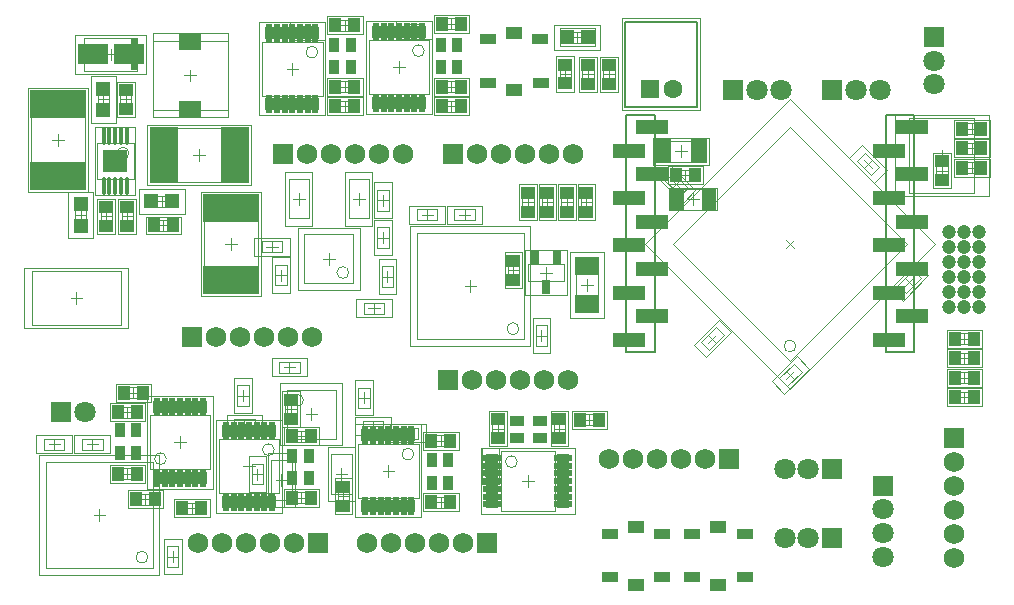
<source format=gts>
%FSLAX25Y25*%
%MOIN*%
G70*
G01*
G75*
G04 Layer_Color=8388736*
%ADD10R,0.03543X0.03937*%
%ADD11R,0.04528X0.07087*%
%ADD12R,0.03937X0.03543*%
%ADD13R,0.02953X0.03937*%
%ADD14O,0.01772X0.05512*%
%ADD15R,0.04724X0.03150*%
%ADD16R,0.04724X0.02953*%
%ADD17R,0.03937X0.02953*%
%ADD18O,0.05512X0.01772*%
%ADD19R,0.18110X0.08858*%
%ADD20R,0.10000X0.03900*%
%ADD21R,0.07402X0.06614*%
%ADD22O,0.00984X0.05315*%
%ADD23R,0.04331X0.04331*%
%ADD24R,0.06693X0.04724*%
%ADD25R,0.09449X0.06102*%
%ADD26R,0.08858X0.18110*%
%ADD27R,0.02362X0.03937*%
%ADD28R,0.04331X0.06693*%
%ADD29R,0.07480X0.05315*%
%ADD30R,0.04331X0.04331*%
%ADD31C,0.01000*%
%ADD32C,0.00800*%
%ADD33C,0.02000*%
%ADD34C,0.03000*%
%ADD35C,0.05500*%
%ADD36C,0.03500*%
%ADD37C,0.04000*%
%ADD38C,0.00500*%
%ADD39C,0.00394*%
%ADD40R,0.02383X0.10984*%
%ADD41C,0.00197*%
%ADD42C,0.00300*%
%ADD43R,0.06299X0.06299*%
%ADD44C,0.06299*%
%ADD45C,0.06000*%
%ADD46R,0.06000X0.06000*%
%ADD47R,0.06299X0.06299*%
%ADD48R,0.06000X0.06000*%
%ADD49C,0.05512*%
%ADD50R,0.05512X0.05512*%
%ADD51C,0.03937*%
%ADD52C,0.03500*%
%ADD53C,0.05500*%
%ADD54C,0.04500*%
%ADD55C,0.05000*%
%ADD56C,0.01969*%
%ADD57C,0.07150*%
%ADD58C,0.06500*%
%ADD59C,0.07000*%
%ADD60C,0.08000*%
%ADD61C,0.04787*%
%ADD62C,0.07500*%
%ADD63R,0.08071X0.02756*%
G04:AMPARAMS|DCode=64|XSize=39.37mil|YSize=35.43mil|CornerRadius=0mil|HoleSize=0mil|Usage=FLASHONLY|Rotation=135.000|XOffset=0mil|YOffset=0mil|HoleType=Round|Shape=Rectangle|*
%AMROTATEDRECTD64*
4,1,4,0.02645,-0.00139,0.00139,-0.02645,-0.02645,0.00139,-0.00139,0.02645,0.02645,-0.00139,0.0*
%
%ADD64ROTATEDRECTD64*%

G04:AMPARAMS|DCode=65|XSize=39.37mil|YSize=35.43mil|CornerRadius=0mil|HoleSize=0mil|Usage=FLASHONLY|Rotation=225.000|XOffset=0mil|YOffset=0mil|HoleType=Round|Shape=Rectangle|*
%AMROTATEDRECTD65*
4,1,4,0.00139,0.02645,0.02645,0.00139,-0.00139,-0.02645,-0.02645,-0.00139,0.00139,0.02645,0.0*
%
%ADD65ROTATEDRECTD65*%

%ADD66O,0.00984X0.03740*%
%ADD67O,0.03740X0.00984*%
%ADD68R,0.09646X0.09646*%
%ADD69R,0.07087X0.04528*%
%ADD70O,0.02165X0.06102*%
%ADD71O,0.06102X0.02165*%
%ADD72R,0.23622X0.23622*%
%ADD73R,0.05906X0.05906*%
G04:AMPARAMS|DCode=74|XSize=11.81mil|YSize=70.87mil|CornerRadius=0mil|HoleSize=0mil|Usage=FLASHONLY|Rotation=315.000|XOffset=0mil|YOffset=0mil|HoleType=Round|Shape=Round|*
%AMOVALD74*
21,1,0.05906,0.01181,0.00000,0.00000,45.0*
1,1,0.01181,-0.02088,-0.02088*
1,1,0.01181,0.02088,0.02088*
%
%ADD74OVALD74*%

G04:AMPARAMS|DCode=75|XSize=11.81mil|YSize=70.87mil|CornerRadius=0mil|HoleSize=0mil|Usage=FLASHONLY|Rotation=45.000|XOffset=0mil|YOffset=0mil|HoleType=Round|Shape=Round|*
%AMOVALD75*
21,1,0.05906,0.01181,0.00000,0.00000,135.0*
1,1,0.01181,0.02088,-0.02088*
1,1,0.01181,-0.02088,0.02088*
%
%ADD75OVALD75*%

%ADD76C,0.02500*%
%ADD77C,0.03200*%
%ADD78C,0.01800*%
%ADD79C,0.01500*%
%ADD80C,0.01969*%
%ADD81C,0.02362*%
%ADD82C,0.00984*%
%ADD83C,0.00787*%
%ADD84C,0.00600*%
%ADD85R,0.04343X0.04737*%
%ADD86R,0.05328X0.07887*%
%ADD87R,0.04737X0.04343*%
%ADD88R,0.03753X0.04737*%
%ADD89O,0.02572X0.06312*%
%ADD90R,0.05524X0.03950*%
%ADD91R,0.05524X0.03753*%
%ADD92R,0.04737X0.03753*%
%ADD93O,0.06312X0.02572*%
%ADD94R,0.18910X0.09658*%
%ADD95R,0.10800X0.04700*%
%ADD96R,0.08047X0.07260*%
%ADD97O,0.01630X0.05961*%
%ADD98R,0.05131X0.05131*%
%ADD99R,0.07493X0.05524*%
%ADD100R,0.10249X0.06902*%
%ADD101R,0.09658X0.18910*%
%ADD102R,0.03162X0.04737*%
%ADD103R,0.05131X0.07493*%
%ADD104R,0.08280X0.06115*%
%ADD105R,0.05131X0.05131*%
%ADD106R,0.07099X0.07099*%
%ADD107C,0.07099*%
%ADD108C,0.06800*%
%ADD109R,0.06800X0.06800*%
%ADD110R,0.07099X0.07099*%
%ADD111R,0.06800X0.06800*%
%ADD112C,0.06312*%
%ADD113R,0.06312X0.06312*%
%ADD114C,0.04737*%
D38*
X564913Y292087D02*
Y371000D01*
Y292050D02*
X574313D01*
Y371000D01*
X478300D02*
X487700D01*
X478300Y292050D02*
Y371000D01*
X487700Y292050D02*
Y371000D01*
X478300Y292050D02*
X487700D01*
X564913Y371000D02*
X574313D01*
X477969Y373827D02*
X501968D01*
Y402173D01*
X477969D02*
X501968D01*
X477969Y373827D02*
Y402173D01*
D39*
X407465Y258012D02*
G03*
X407465Y258012I-1969J0D01*
G01*
X360965Y259512D02*
G03*
X360965Y259512I-1969J0D01*
G01*
X441957Y255496D02*
G03*
X441957Y255496I-1969J0D01*
G01*
X324972Y256488D02*
G03*
X324972Y256488I-1969J0D01*
G01*
X375465Y392012D02*
G03*
X375465Y392012I-1969J0D01*
G01*
X370677Y275961D02*
G03*
X370677Y275961I-1969J0D01*
G01*
X318811Y223657D02*
G03*
X318811Y223657I-1969J0D01*
G01*
X410965Y392512D02*
G03*
X410965Y392512I-1969J0D01*
G01*
X312496Y358291D02*
G03*
X312496Y358291I-1969J0D01*
G01*
X385760Y318539D02*
G03*
X385760Y318539I-1969J0D01*
G01*
X442480Y299827D02*
G03*
X442480Y299827I-1969J0D01*
G01*
X534827Y294057D02*
G03*
X534827Y294057I-1969J0D01*
G01*
X594327Y344902D02*
Y370098D01*
X572673Y344902D02*
Y370098D01*
X594327D01*
X572673Y344902D02*
X594327D01*
X590154Y364630D02*
X596846D01*
X590154Y368370D02*
X596846D01*
Y364630D02*
Y368370D01*
X590154Y364630D02*
Y368370D01*
Y358130D02*
X596846D01*
X590154Y361870D02*
X596846D01*
Y358130D02*
Y361870D01*
X590154Y358130D02*
Y361870D01*
X489807Y355457D02*
Y362543D01*
X503193Y355457D02*
Y362543D01*
X489807D02*
X503193D01*
X489807Y355457D02*
X503193D01*
X347555Y266130D02*
Y269870D01*
X354445Y266130D02*
Y269870D01*
X347555Y266130D02*
X354445D01*
X347555Y269870D02*
X354445D01*
X348630Y280945D02*
X352370D01*
X348630Y274055D02*
X352370D01*
X348630D02*
Y280945D01*
X352370Y274055D02*
Y280945D01*
X465346Y395130D02*
Y398870D01*
X458653Y395130D02*
Y398870D01*
X465346D01*
X458653Y395130D02*
X465346D01*
X587653Y294630D02*
X594347D01*
X587653Y298370D02*
X594347D01*
Y294630D02*
Y298370D01*
X587653Y294630D02*
Y298370D01*
Y281630D02*
X594347D01*
X587653Y285370D02*
X594347D01*
Y281630D02*
Y285370D01*
X587653Y281630D02*
Y285370D01*
X447370Y338653D02*
Y345346D01*
X443630Y338653D02*
Y345346D01*
X447370D01*
X443630Y338653D02*
X447370D01*
X460370D02*
Y345346D01*
X456630Y338653D02*
Y345346D01*
X460370D01*
X456630Y338653D02*
X460370D01*
X474370Y381303D02*
Y387996D01*
X470630Y381303D02*
Y387996D01*
X474370D01*
X470630Y381303D02*
X474370D01*
X402153Y266870D02*
X408847D01*
X402153Y263130D02*
X408847D01*
Y266870D01*
X402153Y263130D02*
Y266870D01*
X431130Y250654D02*
Y257347D01*
X434870Y250654D02*
Y257347D01*
X431130D02*
X434870D01*
X431130Y250654D02*
X434870D01*
X404153Y401370D02*
X410847D01*
X404153Y397630D02*
X410847D01*
Y401370D01*
X404153Y397630D02*
Y401370D01*
X368653Y400870D02*
X375346D01*
X368653Y397130D02*
X375346D01*
Y400870D01*
X368653Y397130D02*
Y400870D01*
X364630Y269654D02*
Y276346D01*
X368370Y269654D02*
Y276346D01*
X364630Y269654D02*
X368370D01*
X364630Y276346D02*
X368370D01*
X314653Y244870D02*
X321346D01*
X314653Y241130D02*
X321346D01*
X314653D02*
Y244870D01*
X321346Y241130D02*
Y244870D01*
X571531Y311712D02*
X576403Y316584D01*
X568886Y314357D02*
X573758Y319229D01*
X568886Y314357D02*
X571531Y311712D01*
X573758Y319229D02*
X576403Y316584D01*
X493887Y351758D02*
X498758Y346886D01*
X491242Y349114D02*
X496114Y344242D01*
X498758Y346886D01*
X491242Y349114D02*
X493887Y351758D01*
X503242Y295386D02*
X508114Y300258D01*
X505886Y292742D02*
X510758Y297614D01*
X508114Y300258D02*
X510758Y297614D01*
X503242Y295386D02*
X505886Y292742D01*
X529242Y283253D02*
X534114Y288125D01*
X531886Y280608D02*
X536758Y285480D01*
X534114Y288125D02*
X536758Y285480D01*
X529242Y283253D02*
X531886Y280608D01*
X555051Y355837D02*
X559923Y350965D01*
X557696Y358482D02*
X562568Y353610D01*
X555051Y355837D02*
X557696Y358482D01*
X559923Y350965D02*
X562568Y353610D01*
X385870Y240555D02*
Y247445D01*
X382130Y240555D02*
Y247445D01*
X385870D01*
X382130Y240555D02*
X385870D01*
X388961Y243445D02*
Y261555D01*
X409039Y243445D02*
Y261555D01*
X388961Y243445D02*
X409039D01*
X388961Y261555D02*
X409039D01*
X456098Y381386D02*
X459839D01*
X456098Y388079D02*
X459839D01*
X456098Y381386D02*
Y388079D01*
X459839Y381386D02*
Y388079D01*
X413055Y243870D02*
X419945D01*
X413055Y240130D02*
X419945D01*
X413055D02*
Y243870D01*
X419945Y240130D02*
Y243870D01*
X413055Y260630D02*
X419945D01*
X413055Y264370D02*
X419945D01*
Y260630D02*
Y264370D01*
X413055Y260630D02*
Y264370D01*
X330055Y238130D02*
X336945D01*
X330055Y241870D02*
X336945D01*
Y238130D02*
Y241870D01*
X330055Y238130D02*
Y241870D01*
X342461Y244945D02*
Y263055D01*
X362539Y244945D02*
Y263055D01*
X342461Y244945D02*
X362539D01*
X342461Y263055D02*
X362539D01*
X366555Y245370D02*
X373445D01*
X366555Y241630D02*
X373445D01*
X366555D02*
Y245370D01*
X373445Y241630D02*
Y245370D01*
X366555Y262130D02*
X373445D01*
X366555Y265870D02*
X373445D01*
Y262130D02*
Y265870D01*
X366555Y262130D02*
Y265870D01*
X462555Y271370D02*
X469445D01*
X462555Y267630D02*
X469445D01*
X462555D02*
Y271370D01*
X469445Y267630D02*
Y271370D01*
X436445Y238961D02*
X454555D01*
X436445Y259039D02*
X454555D01*
Y238961D02*
Y259039D01*
X436445Y238961D02*
Y259039D01*
X454130Y263055D02*
Y269945D01*
X457870Y263055D02*
Y269945D01*
X454130Y263055D02*
X457870D01*
X454130Y269945D02*
X457870D01*
X437370Y263055D02*
Y269945D01*
X433630Y263055D02*
Y269945D01*
X437370D01*
X433630Y263055D02*
X437370D01*
X310555Y276630D02*
X317445D01*
X310555Y280370D02*
X317445D01*
Y276630D02*
Y280370D01*
X310555Y276630D02*
Y280370D01*
X339539Y252945D02*
Y271055D01*
X319461Y252945D02*
Y271055D01*
X339539D01*
X319461Y252945D02*
X339539D01*
X308555Y270130D02*
X315445D01*
X308555Y273870D02*
X315445D01*
Y270130D02*
Y273870D01*
X308555Y270130D02*
Y273870D01*
X308555Y253370D02*
X315445D01*
X308555Y249630D02*
X315445D01*
X308555D02*
Y253370D01*
X315445Y249630D02*
Y253370D01*
X442531Y315917D02*
Y322807D01*
X438791Y315917D02*
Y322807D01*
X442531D01*
X438791Y315917D02*
X442531D01*
X327413Y332362D02*
Y336102D01*
X320524Y332362D02*
Y336102D01*
Y332362D02*
X327413D01*
X320524Y336102D02*
X327413D01*
X463130Y345346D02*
X466870D01*
X463130Y338653D02*
X466870D01*
Y345346D01*
X463130Y338653D02*
Y345346D01*
X450130D02*
X453870D01*
X450130Y338653D02*
X453870D01*
Y345346D01*
X450130Y338653D02*
Y345346D01*
X594347Y275130D02*
Y278870D01*
X587653Y275130D02*
Y278870D01*
Y275130D02*
X594347D01*
X587653Y278870D02*
X594347D01*
Y288130D02*
Y291870D01*
X587653Y288130D02*
Y291870D01*
Y288130D02*
X594347D01*
X587653Y291870D02*
X594347D01*
X463630Y387996D02*
X467370D01*
X463630Y381303D02*
X467370D01*
Y387996D01*
X463630Y381303D02*
Y387996D01*
X355555Y313039D02*
Y342961D01*
X337445Y313039D02*
Y342961D01*
X355555D01*
X337445Y313039D02*
X355555D01*
X416555Y382370D02*
X423445D01*
X416555Y378630D02*
X423445D01*
X416555D02*
Y382370D01*
X423445Y378630D02*
Y382370D01*
X416555Y399630D02*
X423445D01*
X416555Y403370D02*
X423445D01*
Y399630D02*
Y403370D01*
X416555Y399630D02*
Y403370D01*
X416555Y375870D02*
X423445D01*
X416555Y372130D02*
X423445D01*
X416555D02*
Y375870D01*
X423445Y372130D02*
Y375870D01*
X356961Y377445D02*
Y395555D01*
X377039Y377445D02*
Y395555D01*
X356961Y377445D02*
X377039D01*
X356961Y395555D02*
X377039D01*
X381055Y382370D02*
X387945D01*
X381055Y378630D02*
X387945D01*
X381055D02*
Y382370D01*
X387945Y378630D02*
Y382370D01*
X381055Y399130D02*
X387945D01*
X381055Y402870D02*
X387945D01*
Y399130D02*
Y402870D01*
X381055Y399130D02*
Y402870D01*
X365165Y279504D02*
X381504D01*
X365165Y263165D02*
X381504D01*
X365165D02*
Y279504D01*
X381504Y263165D02*
Y279504D01*
X362555Y288870D02*
X369445D01*
X362555Y285130D02*
X369445D01*
Y288870D01*
X362555Y285130D02*
Y288870D01*
X388965Y280181D02*
X392705D01*
X388965Y273488D02*
X392705D01*
X388965D02*
Y280181D01*
X392705Y273488D02*
Y280181D01*
X397181Y265465D02*
Y269205D01*
X390488Y265465D02*
Y269205D01*
X397181D01*
X390488Y265465D02*
X397181D01*
X379890Y257929D02*
X386779D01*
X379890Y244740D02*
X386779D01*
X379890D02*
Y257929D01*
X386779Y244740D02*
Y257929D01*
X359890Y255929D02*
X366779D01*
X359890Y242740D02*
X366779D01*
X359890D02*
Y255929D01*
X366779Y242740D02*
Y255929D01*
X353465Y247890D02*
Y254780D01*
X357205Y247890D02*
Y254780D01*
X353465D02*
X357205D01*
X353465Y247890D02*
X357205D01*
X390721Y304795D02*
X397610D01*
X390721Y308535D02*
X397610D01*
X390721Y304795D02*
Y308535D01*
X397610Y304795D02*
Y308535D01*
X385720Y336571D02*
X392610D01*
X385720Y349760D02*
X392610D01*
Y336571D02*
Y349760D01*
X385720Y336571D02*
Y349760D01*
X399035Y339220D02*
Y346110D01*
X395295Y339220D02*
Y346110D01*
Y339220D02*
X399035D01*
X395295Y346110D02*
X399035D01*
X356819Y325295D02*
Y329035D01*
X363512Y325295D02*
Y329035D01*
X356819Y325295D02*
X363512D01*
X356819Y329035D02*
X363512D01*
X361295Y314319D02*
X365035D01*
X361295Y321012D02*
X365035D01*
Y314319D02*
Y321012D01*
X361295Y314319D02*
Y321012D01*
X284953Y220114D02*
X320386D01*
X284953Y255547D02*
X320386D01*
Y220114D02*
Y255547D01*
X284953Y220114D02*
Y255547D01*
X284244Y259461D02*
Y263201D01*
X290937Y259461D02*
Y263201D01*
X284244Y259461D02*
X290937D01*
X284244Y263201D02*
X290937D01*
X296815Y259461D02*
X303705D01*
X296815Y263201D02*
X303705D01*
X296815Y259461D02*
Y263201D01*
X303705Y259461D02*
Y263201D01*
X325220Y220386D02*
Y227276D01*
X328961Y220386D02*
Y227276D01*
X325220D02*
X328961D01*
X325220Y220386D02*
X328961D01*
X408583Y335961D02*
Y339701D01*
X415276Y335961D02*
Y339701D01*
X408583Y335961D02*
X415276D01*
X408583Y339701D02*
X415276D01*
X420984Y335961D02*
X427874D01*
X420984Y339701D02*
X427874D01*
X420984Y335961D02*
Y339701D01*
X427874Y335961D02*
Y339701D01*
X448130Y294055D02*
Y300945D01*
X451870Y294055D02*
Y300945D01*
X448130D02*
X451870D01*
X448130Y294055D02*
X451870D01*
X392461Y377945D02*
Y396055D01*
X412539Y377945D02*
Y396055D01*
X392461Y377945D02*
X412539D01*
X392461Y396055D02*
X412539D01*
X381055Y375870D02*
X387945D01*
X381055Y372130D02*
X387945D01*
X381055D02*
Y375870D01*
X387945Y372130D02*
Y375870D01*
X494654Y349130D02*
Y352870D01*
X501346Y349130D02*
Y352870D01*
X494654D02*
X501346D01*
X494654Y349130D02*
X501346D01*
X301866Y349630D02*
Y361835D01*
X314071Y349630D02*
Y361835D01*
X301866Y349630D02*
X314071D01*
X301866Y361835D02*
X314071D01*
X320122Y340362D02*
X326815D01*
X320122Y344102D02*
X326815D01*
Y340362D02*
Y344102D01*
X320122Y340362D02*
Y344102D01*
X320567Y372732D02*
X345370D01*
X320567Y395732D02*
X345370D01*
X320567Y373232D02*
Y395732D01*
X345370Y373232D02*
Y395732D01*
X297610Y385740D02*
Y396724D01*
X315327Y385740D02*
Y396724D01*
X297610D02*
X315327D01*
X297610Y385740D02*
X315327D01*
X321008Y348677D02*
Y366787D01*
X350929Y348677D02*
Y366787D01*
X321008D02*
X350929D01*
X321008Y348677D02*
X350929D01*
X445516Y315744D02*
Y321256D01*
X457484Y315744D02*
Y321256D01*
X445516Y315744D02*
X457484D01*
X445516Y321256D02*
X457484D01*
X493807Y339457D02*
Y346543D01*
X507193Y339457D02*
Y346543D01*
X493807D02*
X507193D01*
X493807Y339457D02*
X507193D01*
X458555Y398870D02*
X465445D01*
X458555Y395130D02*
X465445D01*
X458555D02*
Y398870D01*
X465445Y395130D02*
Y398870D01*
X468705Y307669D02*
Y321055D01*
X461618Y307669D02*
Y321055D01*
X468705D01*
X461618Y307669D02*
X468705D01*
X365721Y336571D02*
X372610D01*
X365721Y349760D02*
X372610D01*
Y336571D02*
Y349760D01*
X365721Y336571D02*
Y349760D01*
X370996Y314996D02*
X387335D01*
X370996Y331335D02*
X387335D01*
Y314996D02*
Y331335D01*
X370996Y314996D02*
Y331335D01*
X408622Y296284D02*
X444055D01*
X408622Y331716D02*
X444055D01*
Y296284D02*
Y331716D01*
X408622Y296284D02*
Y331716D01*
X493884Y328021D02*
X532858Y289046D01*
Y366995D02*
X571832Y328021D01*
X532858Y289046D02*
X571832Y328021D01*
X493884D02*
X532858Y366995D01*
X396795Y313720D02*
Y320610D01*
X400535Y313720D02*
Y320610D01*
X396795D02*
X400535D01*
X396795Y313720D02*
X400535D01*
X399035Y326720D02*
Y333610D01*
X395295Y326720D02*
Y333610D01*
Y326720D02*
X399035D01*
X395295Y333610D02*
X399035D01*
X298339Y334386D02*
Y341079D01*
X294598Y334386D02*
Y341079D01*
X298339D01*
X294598Y334386D02*
X298339D01*
X306839Y333886D02*
Y340579D01*
X303098Y333886D02*
Y340579D01*
X306839D01*
X303098Y333886D02*
X306839D01*
X313839D02*
Y340579D01*
X310098Y333886D02*
Y340579D01*
X313839D01*
X310098Y333886D02*
X313839D01*
X309598Y372787D02*
X313339D01*
X309598Y379677D02*
X313339D01*
X309598Y372787D02*
Y379677D01*
X313339Y372787D02*
Y379677D01*
X302098Y379677D02*
X305839D01*
X302098Y372787D02*
X305839D01*
Y379677D01*
X302098Y372787D02*
Y379677D01*
X279913Y377693D02*
X298024D01*
X279913Y347772D02*
X298024D01*
Y377693D01*
X279913Y347772D02*
Y377693D01*
X590055Y351630D02*
X596945D01*
X590055Y355370D02*
X596945D01*
Y351630D02*
Y355370D01*
X590055Y351630D02*
Y355370D01*
X585370Y349055D02*
Y355945D01*
X581630Y349055D02*
Y355945D01*
X585370D01*
X581630Y349055D02*
X585370D01*
X280039Y300945D02*
X309961D01*
X280039Y319055D02*
X309961D01*
X280039Y300945D02*
Y319055D01*
X309961Y300945D02*
Y319055D01*
X581531Y357500D02*
X585468D01*
X583500Y355532D02*
Y359469D01*
X494531Y359000D02*
X498468D01*
X496500Y357031D02*
Y360968D01*
X397031Y252500D02*
X400969D01*
X399000Y250532D02*
Y254468D01*
X350532Y254000D02*
X354468D01*
X352500Y252031D02*
Y255968D01*
X445500Y247031D02*
Y250969D01*
X443532Y249000D02*
X447469D01*
X327532Y262000D02*
X331469D01*
X329500Y260032D02*
Y263968D01*
X344531Y328000D02*
X348468D01*
X346500Y326031D02*
Y329969D01*
X365032Y386500D02*
X368969D01*
X367000Y384531D02*
Y388469D01*
X373335Y269366D02*
Y273303D01*
X371366Y271335D02*
X375303D01*
X383335Y249366D02*
Y253303D01*
X381366Y251335D02*
X385303D01*
X363335Y247366D02*
Y251303D01*
X361366Y249335D02*
X365303D01*
X389165Y341197D02*
Y345134D01*
X387197Y343165D02*
X391134D01*
X302669Y235862D02*
Y239799D01*
X300701Y237831D02*
X304638D01*
X400531Y387000D02*
X404468D01*
X402500Y385032D02*
Y388968D01*
X306000Y355732D02*
X309937D01*
X307968Y353764D02*
Y357701D01*
X332968Y382264D02*
Y386201D01*
X331000Y384232D02*
X334937D01*
X304500Y391232D02*
X308437D01*
X306469Y389264D02*
Y393201D01*
X334000Y357732D02*
X337937D01*
X335968Y355764D02*
Y359701D01*
X449532Y318500D02*
X453469D01*
X451500Y316531D02*
Y320468D01*
X492626Y339260D02*
Y346740D01*
X508374Y339260D02*
Y346740D01*
X492626D02*
X508374D01*
X492626Y339260D02*
X508374D01*
X498531Y343000D02*
X502468D01*
X500500Y341032D02*
Y344969D01*
X463193Y314362D02*
X467130D01*
X465161Y312394D02*
Y316331D01*
X369165Y341197D02*
Y345134D01*
X367197Y343165D02*
X371134D01*
X379165Y321197D02*
Y325134D01*
X377197Y323165D02*
X381134D01*
X426339Y312032D02*
Y315968D01*
X424370Y314000D02*
X428307D01*
X531466Y326629D02*
X534250Y329413D01*
X531466Y329413D02*
X534250Y326629D01*
X288968Y360764D02*
Y364701D01*
X287000Y362732D02*
X290937D01*
X295000Y308032D02*
Y311968D01*
X293032Y310000D02*
X296969D01*
D40*
X314135Y391232D02*
D03*
D41*
X599287Y343917D02*
Y371083D01*
X567713Y343917D02*
Y371083D01*
X599287D01*
X567713Y343917D02*
X599287D01*
X593500Y364630D02*
Y368370D01*
X591630Y366500D02*
X595370D01*
X587595Y363547D02*
X599405D01*
X587595Y369453D02*
X599405D01*
Y363547D02*
Y369453D01*
X587595Y363547D02*
Y369453D01*
X593500Y358130D02*
Y361870D01*
X591630Y360000D02*
X595370D01*
X587595Y357047D02*
X599405D01*
X587595Y362953D02*
X599405D01*
Y357047D02*
Y362953D01*
X587595Y357047D02*
Y362953D01*
X487248Y354472D02*
Y363528D01*
X505752Y354472D02*
Y363528D01*
X487248D02*
X505752D01*
X487248Y354472D02*
X505752D01*
X345094Y265047D02*
Y270953D01*
X356906Y265047D02*
Y270953D01*
X345094Y265047D02*
X356906D01*
X345094Y270953D02*
X356906D01*
X349130Y268000D02*
X352870D01*
X351000Y266130D02*
Y269870D01*
X347547Y283405D02*
X353453D01*
X347547Y271595D02*
X353453D01*
X347547D02*
Y283405D01*
X353453Y271595D02*
Y283405D01*
X350500Y275630D02*
Y279370D01*
X348630Y277500D02*
X352370D01*
X467906Y394047D02*
Y399953D01*
X456095Y394047D02*
Y399953D01*
X467906D01*
X456095Y394047D02*
X467906D01*
X460130Y397000D02*
X463870D01*
X462000Y395130D02*
Y398870D01*
X591000Y294630D02*
Y298370D01*
X589130Y296500D02*
X592870D01*
X585094Y293547D02*
X596906D01*
X585094Y299453D02*
X596906D01*
Y293547D02*
Y299453D01*
X585094Y293547D02*
Y299453D01*
X591000Y281630D02*
Y285370D01*
X589130Y283500D02*
X592870D01*
X585094Y280547D02*
X596906D01*
X585094Y286453D02*
X596906D01*
Y280547D02*
Y286453D01*
X585094Y280547D02*
Y286453D01*
X443630Y342000D02*
X447370D01*
X445500Y340130D02*
Y343870D01*
X448453Y336094D02*
Y347905D01*
X442547Y336094D02*
Y347905D01*
X448453D01*
X442547Y336094D02*
X448453D01*
X456630Y342000D02*
X460370D01*
X458500Y340130D02*
Y343870D01*
X461453Y336094D02*
Y347905D01*
X455547Y336094D02*
Y347905D01*
X461453D01*
X455547Y336094D02*
X461453D01*
X470630Y384650D02*
X474370D01*
X472500Y382780D02*
Y386520D01*
X475453Y378744D02*
Y390555D01*
X469547Y378744D02*
Y390555D01*
X475453D01*
X469547Y378744D02*
X475453D01*
X405500Y263130D02*
Y266870D01*
X403630Y265000D02*
X407370D01*
X399594Y267953D02*
X411406D01*
X399594Y262047D02*
X411406D01*
Y267953D01*
X399594Y262047D02*
Y267953D01*
X431130Y254000D02*
X434870D01*
X433000Y252130D02*
Y255870D01*
X430047Y248095D02*
Y259906D01*
X435953Y248095D02*
Y259906D01*
X430047D02*
X435953D01*
X430047Y248095D02*
X435953D01*
X407500Y397630D02*
Y401370D01*
X405630Y399500D02*
X409370D01*
X401594Y402453D02*
X413406D01*
X401594Y396547D02*
X413406D01*
Y402453D01*
X401594Y396547D02*
Y402453D01*
X372000Y397130D02*
Y400870D01*
X370130Y399000D02*
X373870D01*
X366094Y401953D02*
X377906D01*
X366094Y396047D02*
X377906D01*
Y401953D01*
X366094Y396047D02*
Y401953D01*
X364630Y273000D02*
X368370D01*
X366500Y271130D02*
Y274870D01*
X363547Y267094D02*
Y278906D01*
X369453Y267094D02*
Y278906D01*
X363547Y267094D02*
X369453D01*
X363547Y278906D02*
X369453D01*
X318000Y241130D02*
Y244870D01*
X316130Y243000D02*
X319870D01*
X312094Y245953D02*
X323905D01*
X312094Y240047D02*
X323905D01*
X312094D02*
Y245953D01*
X323905Y240047D02*
Y245953D01*
X571322Y316793D02*
X573967Y314148D01*
X571322D02*
X573967Y316793D01*
X570557Y309207D02*
X578908Y317559D01*
X566381Y313383D02*
X574733Y321734D01*
X566381Y313383D02*
X570557Y309207D01*
X574733Y321734D02*
X578908Y317559D01*
X493678Y346678D02*
X496322Y349322D01*
X493678Y349322D02*
X496322Y346678D01*
X492912Y354264D02*
X501264Y345912D01*
X488736Y350088D02*
X497088Y341736D01*
X501264Y345912D01*
X488736Y350088D02*
X492912Y354264D01*
X505678Y297822D02*
X508322Y295178D01*
X505678D02*
X508322Y297822D01*
X500736Y294412D02*
X509088Y302764D01*
X504912Y290236D02*
X513264Y298588D01*
X509088Y302764D02*
X513264Y298588D01*
X500736Y294412D02*
X504912Y290236D01*
X531678Y285689D02*
X534322Y283044D01*
X531678D02*
X534322Y285689D01*
X526736Y282279D02*
X535088Y290630D01*
X530912Y278103D02*
X539264Y286454D01*
X535088Y290630D02*
X539264Y286454D01*
X526736Y282279D02*
X530912Y278103D01*
X557487Y353401D02*
X560132Y356046D01*
X557487D02*
X560132Y353401D01*
X552546Y356811D02*
X560897Y348460D01*
X556721Y360987D02*
X565073Y352636D01*
X552546Y356811D02*
X556721Y360987D01*
X560897Y348460D02*
X565073Y352636D01*
X382130Y244000D02*
X385870D01*
X384000Y242130D02*
Y245870D01*
X386953Y238094D02*
Y249905D01*
X381047Y238094D02*
Y249905D01*
X386953D01*
X381047Y238094D02*
X386953D01*
X387976Y236949D02*
Y268051D01*
X410024Y236949D02*
Y268051D01*
X387976Y236949D02*
X410024D01*
X387976Y268051D02*
X410024D01*
X455016Y378827D02*
X460921D01*
X455016Y390638D02*
X460921D01*
X455016Y378827D02*
Y390638D01*
X460921Y378827D02*
Y390638D01*
X457969Y382862D02*
Y386602D01*
X456098Y384732D02*
X459839D01*
X416500Y240130D02*
Y243870D01*
X414630Y242000D02*
X418370D01*
X410595Y244953D02*
X422405D01*
X410595Y239047D02*
X422405D01*
X410595D02*
Y244953D01*
X422405Y239047D02*
Y244953D01*
X416500Y260630D02*
Y264370D01*
X414630Y262500D02*
X418370D01*
X410595Y259547D02*
X422405D01*
X410595Y265453D02*
X422405D01*
Y259547D02*
Y265453D01*
X410595Y259547D02*
Y265453D01*
X333500Y238130D02*
Y241870D01*
X331630Y240000D02*
X335370D01*
X327594Y237047D02*
X339405D01*
X327594Y242953D02*
X339405D01*
Y237047D02*
Y242953D01*
X327594Y237047D02*
Y242953D01*
X341476Y238449D02*
Y269551D01*
X363524Y238449D02*
Y269551D01*
X341476Y238449D02*
X363524D01*
X341476Y269551D02*
X363524D01*
X370000Y241630D02*
Y245370D01*
X368130Y243500D02*
X371870D01*
X364094Y246453D02*
X375905D01*
X364094Y240547D02*
X375905D01*
X364094D02*
Y246453D01*
X375905Y240547D02*
Y246453D01*
X370000Y262130D02*
Y265870D01*
X368130Y264000D02*
X371870D01*
X364094Y261047D02*
X375905D01*
X364094Y266953D02*
X375905D01*
Y261047D02*
Y266953D01*
X364094Y261047D02*
Y266953D01*
X466000Y267630D02*
Y271370D01*
X464130Y269500D02*
X467870D01*
X460094Y272453D02*
X471906D01*
X460094Y266547D02*
X471906D01*
X460094D02*
Y272453D01*
X471906Y266547D02*
Y272453D01*
X429949Y237976D02*
X461051D01*
X429949Y260024D02*
X461051D01*
Y237976D02*
Y260024D01*
X429949Y237976D02*
Y260024D01*
X454130Y266500D02*
X457870D01*
X456000Y264630D02*
Y268370D01*
X453047Y260595D02*
Y272406D01*
X458953Y260595D02*
Y272406D01*
X453047Y260595D02*
X458953D01*
X453047Y272406D02*
X458953D01*
X433630Y266500D02*
X437370D01*
X435500Y264630D02*
Y268370D01*
X438453Y260595D02*
Y272406D01*
X432547Y260595D02*
Y272406D01*
X438453D01*
X432547Y260595D02*
X438453D01*
X314000Y276630D02*
Y280370D01*
X312130Y278500D02*
X315870D01*
X308095Y275547D02*
X319905D01*
X308095Y281453D02*
X319905D01*
Y275547D02*
Y281453D01*
X308095Y275547D02*
Y281453D01*
X340524Y246449D02*
Y277551D01*
X318476Y246449D02*
Y277551D01*
X340524D01*
X318476Y246449D02*
X340524D01*
X312000Y270130D02*
Y273870D01*
X310130Y272000D02*
X313870D01*
X306095Y269047D02*
X317905D01*
X306095Y274953D02*
X317905D01*
Y269047D02*
Y274953D01*
X306095Y269047D02*
Y274953D01*
X312000Y249630D02*
Y253370D01*
X310130Y251500D02*
X313870D01*
X306095Y254453D02*
X317905D01*
X306095Y248547D02*
X317905D01*
X306095D02*
Y254453D01*
X317905Y248547D02*
Y254453D01*
X438791Y319362D02*
X442531D01*
X440661Y317492D02*
Y321232D01*
X443614Y313457D02*
Y325268D01*
X437709Y313457D02*
Y325268D01*
X443614D01*
X437709Y313457D02*
X443614D01*
X329874Y331279D02*
Y337185D01*
X318063Y331279D02*
Y337185D01*
Y331279D02*
X329874D01*
X318063Y337185D02*
X329874D01*
X322098Y334232D02*
X325839D01*
X323969Y332362D02*
Y336102D01*
X462047Y347905D02*
X467953D01*
X462047Y336094D02*
X467953D01*
Y347905D01*
X462047Y336094D02*
Y347905D01*
X465000Y340130D02*
Y343870D01*
X463130Y342000D02*
X466870D01*
X449047Y347905D02*
X454953D01*
X449047Y336094D02*
X454953D01*
Y347905D01*
X449047Y336094D02*
Y347905D01*
X452000Y340130D02*
Y343870D01*
X450130Y342000D02*
X453870D01*
X596906Y274047D02*
Y279953D01*
X585094Y274047D02*
Y279953D01*
Y274047D02*
X596906D01*
X585094Y279953D02*
X596906D01*
X589130Y277000D02*
X592870D01*
X591000Y275130D02*
Y278870D01*
X596906Y287047D02*
Y292953D01*
X585094Y287047D02*
Y292953D01*
Y287047D02*
X596906D01*
X585094Y292953D02*
X596906D01*
X589130Y290000D02*
X592870D01*
X591000Y288130D02*
Y291870D01*
X462547Y390555D02*
X468453D01*
X462547Y378744D02*
X468453D01*
Y390555D01*
X462547Y378744D02*
Y390555D01*
X465500Y382780D02*
Y386520D01*
X463630Y384650D02*
X467370D01*
X356539Y310677D02*
Y345323D01*
X336461Y310677D02*
Y345323D01*
X356539D01*
X336461Y310677D02*
X356539D01*
X420000Y378630D02*
Y382370D01*
X418130Y380500D02*
X421870D01*
X414094Y383453D02*
X425906D01*
X414094Y377547D02*
X425906D01*
X414094D02*
Y383453D01*
X425906Y377547D02*
Y383453D01*
X420000Y399630D02*
Y403370D01*
X418130Y401500D02*
X421870D01*
X414094Y398547D02*
X425906D01*
X414094Y404453D02*
X425906D01*
Y398547D02*
Y404453D01*
X414094Y398547D02*
Y404453D01*
X420000Y372130D02*
Y375870D01*
X418130Y374000D02*
X421870D01*
X414094Y376953D02*
X425906D01*
X414094Y371047D02*
X425906D01*
X414094D02*
Y376953D01*
X425906Y371047D02*
Y376953D01*
X355976Y370949D02*
Y402051D01*
X378024Y370949D02*
Y402051D01*
X355976Y370949D02*
X378024D01*
X355976Y402051D02*
X378024D01*
X384500Y378630D02*
Y382370D01*
X382630Y380500D02*
X386370D01*
X378594Y383453D02*
X390406D01*
X378594Y377547D02*
X390406D01*
X378594D02*
Y383453D01*
X390406Y377547D02*
Y383453D01*
X384500Y399130D02*
Y402870D01*
X382630Y401000D02*
X386370D01*
X378594Y398047D02*
X390406D01*
X378594Y403953D02*
X390406D01*
Y398047D02*
Y403953D01*
X378594Y398047D02*
Y403953D01*
X363000Y281669D02*
X383669D01*
X363000Y261000D02*
X383669D01*
X363000D02*
Y281669D01*
X383669Y261000D02*
Y281669D01*
X366000Y285130D02*
Y288870D01*
X364130Y287000D02*
X367870D01*
X360094Y289953D02*
X371905D01*
X360094Y284047D02*
X371905D01*
Y289953D01*
X360094Y284047D02*
Y289953D01*
X387882Y282740D02*
X393787D01*
X387882Y270929D02*
X393787D01*
X387882D02*
Y282740D01*
X393787Y270929D02*
Y282740D01*
X390835Y274965D02*
Y278705D01*
X388965Y276835D02*
X392705D01*
X399740Y264382D02*
Y270287D01*
X387929Y264382D02*
Y270287D01*
X399740D01*
X387929Y264382D02*
X399740D01*
X391965Y267335D02*
X395705D01*
X393835Y265465D02*
Y269205D01*
X378807Y260390D02*
X387862D01*
X378807Y242280D02*
X387862D01*
X378807D02*
Y260390D01*
X387862Y242280D02*
Y260390D01*
X358807Y258390D02*
X367862D01*
X358807Y240280D02*
X367862D01*
X358807D02*
Y258390D01*
X367862Y240280D02*
Y258390D01*
X353465Y251335D02*
X357205D01*
X355335Y249465D02*
Y253205D01*
X352382Y245429D02*
Y257240D01*
X358287Y245429D02*
Y257240D01*
X352382D02*
X358287D01*
X352382Y245429D02*
X358287D01*
X394165Y304795D02*
Y308535D01*
X392295Y306665D02*
X396035D01*
X388260Y303713D02*
X400071D01*
X388260Y309618D02*
X400071D01*
X388260Y303713D02*
Y309618D01*
X400071Y303713D02*
Y309618D01*
X384638Y334110D02*
X393693D01*
X384638Y352221D02*
X393693D01*
Y334110D02*
Y352221D01*
X384638Y334110D02*
Y352221D01*
X395295Y342665D02*
X399035D01*
X397165Y340795D02*
Y344535D01*
X400118Y336760D02*
Y348571D01*
X394213Y336760D02*
Y348571D01*
Y336760D02*
X400118D01*
X394213Y348571D02*
X400118D01*
X354260Y324213D02*
Y330118D01*
X366071Y324213D02*
Y330118D01*
X354260Y324213D02*
X366071D01*
X354260Y330118D02*
X366071D01*
X358295Y327165D02*
X362035D01*
X360165Y325295D02*
Y329035D01*
X360213Y311760D02*
X366118D01*
X360213Y323571D02*
X366118D01*
Y311760D02*
Y323571D01*
X360213Y311760D02*
Y323571D01*
X363165Y315795D02*
Y319535D01*
X361295Y317665D02*
X365035D01*
X282689Y217850D02*
X322650D01*
X282689Y257811D02*
X322650D01*
Y217850D02*
Y257811D01*
X282689Y217850D02*
Y257811D01*
X281685Y258378D02*
Y264283D01*
X293496Y258378D02*
Y264283D01*
X281685Y258378D02*
X293496D01*
X281685Y264283D02*
X293496D01*
X285720Y261331D02*
X289461D01*
X287591Y259461D02*
Y263201D01*
X300260Y259461D02*
Y263201D01*
X298390Y261331D02*
X302130D01*
X294354Y258378D02*
X306165D01*
X294354Y264283D02*
X306165D01*
X294354Y258378D02*
Y264283D01*
X306165Y258378D02*
Y264283D01*
X325220Y223831D02*
X328961D01*
X327091Y221961D02*
Y225701D01*
X324138Y217925D02*
Y229736D01*
X330043Y217925D02*
Y229736D01*
X324138D02*
X330043D01*
X324138Y217925D02*
X330043D01*
X406024Y334878D02*
Y340784D01*
X417835Y334878D02*
Y340784D01*
X406024Y334878D02*
X417835D01*
X406024Y340784D02*
X417835D01*
X410059Y337831D02*
X413799D01*
X411929Y335961D02*
Y339701D01*
X424429Y335961D02*
Y339701D01*
X422559Y337831D02*
X426299D01*
X418524Y334878D02*
X430335D01*
X418524Y340784D02*
X430335D01*
X418524Y334878D02*
Y340784D01*
X430335Y334878D02*
Y340784D01*
X448130Y297500D02*
X451870D01*
X450000Y295630D02*
Y299370D01*
X447047Y291595D02*
Y303405D01*
X452953Y291595D02*
Y303405D01*
X447047D02*
X452953D01*
X447047Y291595D02*
X452953D01*
X391476Y371449D02*
Y402551D01*
X413524Y371449D02*
Y402551D01*
X391476Y371449D02*
X413524D01*
X391476Y402551D02*
X413524D01*
X384500Y372130D02*
Y375870D01*
X382630Y374000D02*
X386370D01*
X378594Y376953D02*
X390406D01*
X378594Y371047D02*
X390406D01*
X378594D02*
Y376953D01*
X390406Y371047D02*
Y376953D01*
X492095Y348047D02*
Y353953D01*
X503905Y348047D02*
Y353953D01*
X492095D02*
X503905D01*
X492095Y348047D02*
X503905D01*
X496130Y351000D02*
X499870D01*
X498000Y349130D02*
Y352870D01*
X301276Y344512D02*
Y366953D01*
X314661Y344512D02*
Y366953D01*
X301276Y344512D02*
X314661D01*
X301276Y366953D02*
X314661D01*
X323468Y340362D02*
Y344102D01*
X321598Y342232D02*
X325339D01*
X315791Y338098D02*
X331146D01*
X315791Y346366D02*
X331146D01*
Y338098D02*
Y346366D01*
X315791Y338098D02*
Y346366D01*
X320468Y370232D02*
X345468D01*
X320468Y398232D02*
X345468D01*
X320468Y370232D02*
Y398232D01*
X345468Y370232D02*
Y398232D01*
X294657Y384736D02*
Y397728D01*
X318280Y384736D02*
Y397728D01*
X294657D02*
X318280D01*
X294657Y384736D02*
X318280D01*
X318646Y347693D02*
Y367772D01*
X353291Y347693D02*
Y367772D01*
X318646D02*
X353291D01*
X318646Y347693D02*
X353291D01*
X444610Y310921D02*
Y326079D01*
X458390Y310921D02*
Y326079D01*
X444610Y310921D02*
X458390D01*
X444610Y326079D02*
X458390D01*
X462000Y395130D02*
Y398870D01*
X460130Y397000D02*
X463870D01*
X454323Y401134D02*
X469677D01*
X454323Y392866D02*
X469677D01*
X454323D02*
Y401134D01*
X469677Y392866D02*
Y401134D01*
X470870Y303339D02*
Y325386D01*
X459453Y303339D02*
Y325386D01*
X470870D01*
X459453Y303339D02*
X470870D01*
X364638Y334110D02*
X373693D01*
X364638Y352221D02*
X373693D01*
Y334110D02*
Y352221D01*
X364638Y334110D02*
Y352221D01*
X368831Y312831D02*
X389500D01*
X368831Y333500D02*
X389500D01*
Y312831D02*
Y333500D01*
X368831Y312831D02*
Y333500D01*
X406358Y294020D02*
X446319D01*
X406358Y333980D02*
X446319D01*
Y294020D02*
Y333980D01*
X406358Y294020D02*
Y333980D01*
X484418Y328021D02*
X532858Y279581D01*
Y376460D02*
X581298Y328021D01*
X532858Y279581D02*
X581298Y328021D01*
X484418Y328021D02*
X532858Y376460D01*
X396795Y317165D02*
X400535D01*
X398665Y315295D02*
Y319035D01*
X395713Y311260D02*
Y323071D01*
X401618Y311260D02*
Y323071D01*
X395713D02*
X401618D01*
X395713Y311260D02*
X401618D01*
X395295Y330165D02*
X399035D01*
X397165Y328295D02*
Y332035D01*
X400118Y324260D02*
Y336071D01*
X394213Y324260D02*
Y336071D01*
Y324260D02*
X400118D01*
X394213Y336071D02*
X400118D01*
X294598Y337732D02*
X298339D01*
X296468Y335862D02*
Y339602D01*
X300602Y330055D02*
Y345409D01*
X292335Y330055D02*
Y345409D01*
X300602D01*
X292335Y330055D02*
X300602D01*
X303098Y337232D02*
X306839D01*
X304969Y335362D02*
Y339102D01*
X307921Y331327D02*
Y343138D01*
X302016Y331327D02*
Y343138D01*
X307921D01*
X302016Y331327D02*
X307921D01*
X310098Y337232D02*
X313839D01*
X311968Y335362D02*
Y339102D01*
X314921Y331327D02*
Y343138D01*
X309016Y331327D02*
Y343138D01*
X314921D01*
X309016Y331327D02*
X314921D01*
X308516Y370327D02*
X314421D01*
X308516Y382138D02*
X314421D01*
X308516Y370327D02*
Y382138D01*
X314421Y370327D02*
Y382138D01*
X311469Y374362D02*
Y378102D01*
X309598Y376232D02*
X313339D01*
X299835Y383909D02*
X308102D01*
X299835Y368555D02*
X308102D01*
Y383909D01*
X299835Y368555D02*
Y383909D01*
X303969Y374362D02*
Y378102D01*
X302098Y376232D02*
X305839D01*
X278929Y380055D02*
X299008D01*
X278929Y345409D02*
X299008D01*
Y380055D01*
X278929Y345409D02*
Y380055D01*
X593500Y351630D02*
Y355370D01*
X591630Y353500D02*
X595370D01*
X587595Y350547D02*
X599405D01*
X587595Y356453D02*
X599405D01*
Y350547D02*
Y356453D01*
X587595Y350547D02*
Y356453D01*
X581630Y352500D02*
X585370D01*
X583500Y350630D02*
Y354370D01*
X586453Y346595D02*
Y358405D01*
X580547Y346595D02*
Y358405D01*
X586453D01*
X580547Y346595D02*
X586453D01*
X277677Y299961D02*
X312323D01*
X277677Y320039D02*
X312323D01*
X277677Y299961D02*
Y320039D01*
X312323Y299961D02*
Y320039D01*
D42*
X476968Y372732D02*
X502969D01*
Y403232D01*
X476968D02*
X502969D01*
X476968Y372732D02*
Y403232D01*
D85*
X596650Y366500D02*
D03*
X590350D02*
D03*
X596650Y360000D02*
D03*
X590350D02*
D03*
X594150Y296500D02*
D03*
X587850D02*
D03*
X594150Y283500D02*
D03*
X587850D02*
D03*
X314850Y243000D02*
D03*
X321150D02*
D03*
X413350Y242000D02*
D03*
X419650D02*
D03*
X419650Y262500D02*
D03*
X413350D02*
D03*
X336650Y240000D02*
D03*
X330350D02*
D03*
X366850Y243500D02*
D03*
X373150D02*
D03*
X373150Y264000D02*
D03*
X366850D02*
D03*
X462850Y269500D02*
D03*
X469150D02*
D03*
X317150Y278500D02*
D03*
X310850D02*
D03*
X315150Y272000D02*
D03*
X308850D02*
D03*
X308850Y251500D02*
D03*
X315150D02*
D03*
X327118Y334232D02*
D03*
X320819D02*
D03*
X594150Y277000D02*
D03*
X587850D02*
D03*
X594150Y290000D02*
D03*
X587850D02*
D03*
X416850Y380500D02*
D03*
X423150D02*
D03*
X423150Y401500D02*
D03*
X416850D02*
D03*
X416850Y374000D02*
D03*
X423150D02*
D03*
X381350Y380500D02*
D03*
X387650D02*
D03*
X387650Y401000D02*
D03*
X381350D02*
D03*
X381350Y374000D02*
D03*
X387650D02*
D03*
X494850Y351000D02*
D03*
X501150D02*
D03*
X596650Y353500D02*
D03*
X590350D02*
D03*
D86*
X490594Y359000D02*
D03*
X502406D02*
D03*
D87*
X445500Y345150D02*
D03*
Y338850D02*
D03*
X458500Y345150D02*
D03*
Y338850D02*
D03*
X472500Y387799D02*
D03*
Y381500D02*
D03*
X366500Y269850D02*
D03*
Y276150D02*
D03*
X384000Y247150D02*
D03*
Y240850D02*
D03*
X457969Y381583D02*
D03*
Y387882D02*
D03*
X456000Y263350D02*
D03*
Y269650D02*
D03*
X435500Y269650D02*
D03*
Y263350D02*
D03*
X440661Y322512D02*
D03*
Y316213D02*
D03*
X465000Y345150D02*
D03*
Y338850D02*
D03*
X452000Y345150D02*
D03*
Y338850D02*
D03*
X465500Y387799D02*
D03*
Y381500D02*
D03*
X304969Y340382D02*
D03*
Y334083D02*
D03*
X311968Y340382D02*
D03*
Y334083D02*
D03*
X311469Y373083D02*
D03*
Y379382D02*
D03*
X583500Y355650D02*
D03*
Y349350D02*
D03*
D88*
X413500Y248500D02*
D03*
X419000Y256000D02*
D03*
X413500D02*
D03*
X419000Y248500D02*
D03*
X367000Y250000D02*
D03*
X372500Y257500D02*
D03*
X367000D02*
D03*
X372500Y250000D02*
D03*
X315000Y266000D02*
D03*
X309500Y258500D02*
D03*
X315000D02*
D03*
X309500Y266000D02*
D03*
X381000Y387000D02*
D03*
X386500Y394500D02*
D03*
X381000D02*
D03*
X386500Y387000D02*
D03*
X416500D02*
D03*
X422000Y394500D02*
D03*
X416500D02*
D03*
X422000Y387000D02*
D03*
D89*
X391323Y240689D02*
D03*
X393882D02*
D03*
X396441D02*
D03*
X399000D02*
D03*
X401559D02*
D03*
X404118D02*
D03*
X406677D02*
D03*
X391323Y264311D02*
D03*
X393882D02*
D03*
X396441D02*
D03*
X399000D02*
D03*
X401559D02*
D03*
X404118D02*
D03*
X406677D02*
D03*
X344823Y242189D02*
D03*
X347382D02*
D03*
X349941D02*
D03*
X352500D02*
D03*
X355059D02*
D03*
X357618D02*
D03*
X360177D02*
D03*
X344823Y265811D02*
D03*
X347382D02*
D03*
X349941D02*
D03*
X352500D02*
D03*
X355059D02*
D03*
X357618D02*
D03*
X360177D02*
D03*
X337177Y273811D02*
D03*
X334618D02*
D03*
X332059D02*
D03*
X329500D02*
D03*
X326941D02*
D03*
X324382D02*
D03*
X321823D02*
D03*
X337177Y250189D02*
D03*
X334618D02*
D03*
X332059D02*
D03*
X329500D02*
D03*
X326941D02*
D03*
X324382D02*
D03*
X321823D02*
D03*
X359323Y374689D02*
D03*
X361882D02*
D03*
X364441D02*
D03*
X367000D02*
D03*
X369559D02*
D03*
X372118D02*
D03*
X374677D02*
D03*
X359323Y398311D02*
D03*
X361882D02*
D03*
X364441D02*
D03*
X367000D02*
D03*
X369559D02*
D03*
X372118D02*
D03*
X374677D02*
D03*
X394823Y375189D02*
D03*
X397382D02*
D03*
X399941D02*
D03*
X402500D02*
D03*
X405059D02*
D03*
X407618D02*
D03*
X410177D02*
D03*
X394823Y398811D02*
D03*
X397382D02*
D03*
X399941D02*
D03*
X402500D02*
D03*
X405059D02*
D03*
X407618D02*
D03*
X410177D02*
D03*
D90*
X440869Y379232D02*
D03*
Y398332D02*
D03*
X481400Y214500D02*
D03*
Y233600D02*
D03*
X508900Y214500D02*
D03*
Y233600D02*
D03*
D91*
X432268Y381732D02*
D03*
X449768D02*
D03*
X449669Y396232D02*
D03*
X432268D02*
D03*
X472800Y217000D02*
D03*
X490300D02*
D03*
X490200Y231500D02*
D03*
X472800D02*
D03*
X500300Y217000D02*
D03*
X517800D02*
D03*
X517700Y231500D02*
D03*
X500300D02*
D03*
D92*
X449500Y263500D02*
D03*
X442000Y269000D02*
D03*
Y263500D02*
D03*
X449500Y269000D02*
D03*
D93*
X457311Y241323D02*
D03*
Y243882D02*
D03*
Y246441D02*
D03*
Y249000D02*
D03*
Y251559D02*
D03*
Y254118D02*
D03*
Y256677D02*
D03*
X433689Y241323D02*
D03*
Y243882D02*
D03*
Y246441D02*
D03*
Y249000D02*
D03*
Y251559D02*
D03*
Y254118D02*
D03*
Y256677D02*
D03*
D94*
X346500Y339910D02*
D03*
Y316090D02*
D03*
X288968Y374642D02*
D03*
Y350823D02*
D03*
D95*
X573366Y367100D02*
D03*
X565862Y359200D02*
D03*
X573366Y351300D02*
D03*
X565862Y343400D02*
D03*
X573366Y335500D02*
D03*
X565862Y327600D02*
D03*
X573366Y319700D02*
D03*
X565862Y311800D02*
D03*
X573366Y303900D02*
D03*
X565862Y296000D02*
D03*
X486750Y367100D02*
D03*
X479250Y359200D02*
D03*
X486750Y351300D02*
D03*
X479250Y343400D02*
D03*
X486750Y335500D02*
D03*
X479250Y327600D02*
D03*
X486750Y319700D02*
D03*
X479250Y311800D02*
D03*
X486750Y303900D02*
D03*
X479250Y296000D02*
D03*
D96*
X307968Y355732D02*
D03*
D97*
X304031Y347465D02*
D03*
X306000D02*
D03*
X307968D02*
D03*
X309937D02*
D03*
X311906D02*
D03*
X304031Y364000D02*
D03*
X306000D02*
D03*
X307968D02*
D03*
X309937D02*
D03*
X311906D02*
D03*
D98*
X327012Y342232D02*
D03*
X319925D02*
D03*
X458457Y397000D02*
D03*
X465543D02*
D03*
D99*
X332968Y373098D02*
D03*
Y395232D02*
D03*
D100*
X300465Y391232D02*
D03*
X312472D02*
D03*
D101*
X324059Y357732D02*
D03*
X347878D02*
D03*
D102*
X451500Y313776D02*
D03*
X447760Y323224D02*
D03*
X455240D02*
D03*
D103*
X495185Y343000D02*
D03*
X505815D02*
D03*
D104*
X465161Y320661D02*
D03*
Y308063D02*
D03*
D105*
X296468Y341276D02*
D03*
Y334189D02*
D03*
X303969Y379776D02*
D03*
Y372689D02*
D03*
D106*
X581000Y397000D02*
D03*
X564000Y247500D02*
D03*
D107*
X581000Y389000D02*
D03*
Y381252D02*
D03*
X531252Y253000D02*
D03*
X539000D02*
D03*
X521969Y379232D02*
D03*
X529716D02*
D03*
X564000Y239626D02*
D03*
Y231752D02*
D03*
Y223878D02*
D03*
X531252Y230000D02*
D03*
X539000D02*
D03*
X298000Y272000D02*
D03*
X554969Y379232D02*
D03*
X562716D02*
D03*
D108*
X335500Y228500D02*
D03*
X343500D02*
D03*
X351500D02*
D03*
X359500D02*
D03*
X367500D02*
D03*
X392000D02*
D03*
X400000D02*
D03*
X408000D02*
D03*
X416000D02*
D03*
X424000D02*
D03*
X458929Y282831D02*
D03*
X450929D02*
D03*
X442929D02*
D03*
X434929D02*
D03*
X426929D02*
D03*
X373500Y297000D02*
D03*
X365500D02*
D03*
X357500D02*
D03*
X349500D02*
D03*
X341500D02*
D03*
X587500Y223500D02*
D03*
Y231500D02*
D03*
Y239500D02*
D03*
Y247500D02*
D03*
Y255500D02*
D03*
X472500Y256500D02*
D03*
X480500D02*
D03*
X488500D02*
D03*
X496500D02*
D03*
X504500D02*
D03*
X404000Y358000D02*
D03*
X396000D02*
D03*
X388000D02*
D03*
X380000D02*
D03*
X372000D02*
D03*
X460500D02*
D03*
X452500D02*
D03*
X444500D02*
D03*
X436500D02*
D03*
X428500D02*
D03*
D109*
X375500Y228500D02*
D03*
X432000D02*
D03*
X418929Y282831D02*
D03*
X333500Y297000D02*
D03*
X512500Y256500D02*
D03*
X364000Y358000D02*
D03*
X420500D02*
D03*
D110*
X547000Y253000D02*
D03*
X513969Y379232D02*
D03*
X547000Y230000D02*
D03*
X290000Y272000D02*
D03*
X546969Y379232D02*
D03*
D111*
X587500Y263500D02*
D03*
D112*
X493905Y379732D02*
D03*
D113*
X486031D02*
D03*
D114*
X596000Y312000D02*
D03*
Y307000D02*
D03*
Y317000D02*
D03*
Y322000D02*
D03*
Y327000D02*
D03*
Y332000D02*
D03*
X591000Y312000D02*
D03*
Y307000D02*
D03*
Y317000D02*
D03*
Y322000D02*
D03*
Y327000D02*
D03*
Y332000D02*
D03*
X586000D02*
D03*
Y327000D02*
D03*
Y322000D02*
D03*
Y317000D02*
D03*
Y307000D02*
D03*
Y312000D02*
D03*
M02*

</source>
